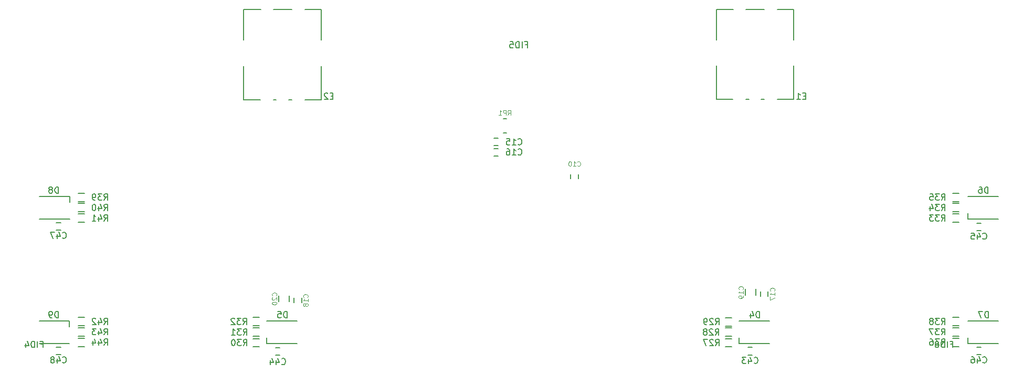
<source format=gbr>
G04 #@! TF.FileFunction,Legend,Bot*
%FSLAX46Y46*%
G04 Gerber Fmt 4.6, Leading zero omitted, Abs format (unit mm)*
G04 Created by KiCad (PCBNEW no-vcs-found-product) date Mon 12 Oct 2015 08:57:33 AM BRT*
%MOMM*%
G01*
G04 APERTURE LIST*
%ADD10C,0.100000*%
%ADD11C,0.150000*%
G04 APERTURE END LIST*
D10*
D11*
X120525700Y-44180000D02*
X120525700Y-44880000D01*
X121725700Y-44880000D02*
X121725700Y-44180000D01*
X118053200Y-44712500D02*
X118053200Y-43712500D01*
X119753200Y-43712500D02*
X119753200Y-44712500D01*
X45278200Y-45196000D02*
X45278200Y-45896000D01*
X46478200Y-45896000D02*
X46478200Y-45196000D01*
X42805700Y-45792000D02*
X42805700Y-44792000D01*
X44505700Y-44792000D02*
X44505700Y-45792000D01*
X91088100Y-25986400D02*
X91088100Y-25286400D01*
X89888100Y-25286400D02*
X89888100Y-25986400D01*
X77501600Y-20648400D02*
X78201600Y-20648400D01*
X78201600Y-19448400D02*
X77501600Y-19448400D01*
X77501600Y-22299400D02*
X78201600Y-22299400D01*
X78201600Y-21099400D02*
X77501600Y-21099400D01*
X119159100Y-53166900D02*
X118459100Y-53166900D01*
X118459100Y-54366900D02*
X119159100Y-54366900D01*
X156052600Y-33164400D02*
X155352600Y-33164400D01*
X155352600Y-34364400D02*
X156052600Y-34364400D01*
X42959100Y-53230400D02*
X42259100Y-53230400D01*
X42259100Y-54430400D02*
X42959100Y-54430400D01*
X156052600Y-53103400D02*
X155352600Y-53103400D01*
X155352600Y-54303400D02*
X156052600Y-54303400D01*
X6915000Y-34237400D02*
X7615000Y-34237400D01*
X7615000Y-33037400D02*
X6915000Y-33037400D01*
X6915000Y-54303400D02*
X7615000Y-54303400D01*
X7615000Y-53103400D02*
X6915000Y-53103400D01*
X117046500Y-52506200D02*
X117046500Y-51606200D01*
X117046500Y-48906200D02*
X121946500Y-48906200D01*
X121946500Y-52506200D02*
X117046500Y-52506200D01*
X153940000Y-32440200D02*
X153940000Y-31540200D01*
X153940000Y-28840200D02*
X158840000Y-28840200D01*
X158840000Y-32440200D02*
X153940000Y-32440200D01*
X40833800Y-52506200D02*
X40833800Y-51606200D01*
X40833800Y-48906200D02*
X45733800Y-48906200D01*
X45733800Y-52506200D02*
X40833800Y-52506200D01*
X153940000Y-52493500D02*
X153940000Y-51593500D01*
X153940000Y-48893500D02*
X158840000Y-48893500D01*
X158840000Y-52493500D02*
X153940000Y-52493500D01*
X9053000Y-28840200D02*
X9053000Y-29740200D01*
X9053000Y-32440200D02*
X4153000Y-32440200D01*
X4153000Y-28840200D02*
X9053000Y-28840200D01*
X9040300Y-48893500D02*
X9040300Y-49793500D01*
X9040300Y-52493500D02*
X4140300Y-52493500D01*
X4140300Y-48893500D02*
X9040300Y-48893500D01*
X118623800Y-13165000D02*
X118123800Y-13165000D01*
X121123800Y-13165000D02*
X120623800Y-13165000D01*
X125873800Y1335000D02*
X123223800Y1335000D01*
X118123800Y1335000D02*
X121123800Y1335000D01*
X113373800Y-3565000D02*
X113373800Y1335000D01*
X113373800Y1335000D02*
X116123800Y1335000D01*
X116023800Y-13165000D02*
X113373800Y-13165000D01*
X113373800Y-13165000D02*
X113373800Y-7765000D01*
X125873800Y-13165000D02*
X123223800Y-13165000D01*
X125873800Y-13165000D02*
X125873800Y-7765000D01*
X125873800Y1335000D02*
X125873800Y-3565000D01*
X42398400Y-13215800D02*
X41898400Y-13215800D01*
X44898400Y-13215800D02*
X44398400Y-13215800D01*
X49648400Y1284200D02*
X46998400Y1284200D01*
X41898400Y1284200D02*
X44898400Y1284200D01*
X37148400Y-3615800D02*
X37148400Y1284200D01*
X37148400Y1284200D02*
X39898400Y1284200D01*
X39798400Y-13215800D02*
X37148400Y-13215800D01*
X37148400Y-13215800D02*
X37148400Y-7815800D01*
X49648400Y-13215800D02*
X46998400Y-13215800D01*
X49648400Y-13215800D02*
X49648400Y-7815800D01*
X49648400Y1284200D02*
X49648400Y-3615800D01*
X114842000Y-53083000D02*
X115842000Y-53083000D01*
X115842000Y-51733000D02*
X114842000Y-51733000D01*
X151532300Y-32991600D02*
X152532300Y-32991600D01*
X152532300Y-31641600D02*
X151532300Y-31641600D01*
X114842000Y-51381200D02*
X115842000Y-51381200D01*
X115842000Y-50031200D02*
X114842000Y-50031200D01*
X151532300Y-31315200D02*
X152532300Y-31315200D01*
X152532300Y-29965200D02*
X151532300Y-29965200D01*
X114842000Y-49704800D02*
X115842000Y-49704800D01*
X115842000Y-48354800D02*
X114842000Y-48354800D01*
X151532300Y-29638800D02*
X152532300Y-29638800D01*
X152532300Y-28288800D02*
X151532300Y-28288800D01*
X38616600Y-53083000D02*
X39616600Y-53083000D01*
X39616600Y-51733000D02*
X38616600Y-51733000D01*
X151532300Y-53032200D02*
X152532300Y-53032200D01*
X152532300Y-51682200D02*
X151532300Y-51682200D01*
X38616600Y-51381200D02*
X39616600Y-51381200D01*
X39616600Y-50031200D02*
X38616600Y-50031200D01*
X151532300Y-51355800D02*
X152532300Y-51355800D01*
X152532300Y-50005800D02*
X151532300Y-50005800D01*
X38616600Y-49679400D02*
X39616600Y-49679400D01*
X39616600Y-48329400D02*
X38616600Y-48329400D01*
X151532300Y-49679400D02*
X152532300Y-49679400D01*
X152532300Y-48329400D02*
X151532300Y-48329400D01*
X11460700Y-28288800D02*
X10460700Y-28288800D01*
X10460700Y-29638800D02*
X11460700Y-29638800D01*
X11460700Y-29965200D02*
X10460700Y-29965200D01*
X10460700Y-31315200D02*
X11460700Y-31315200D01*
X11460700Y-31641600D02*
X10460700Y-31641600D01*
X10460700Y-32991600D02*
X11460700Y-32991600D01*
X11460700Y-48329400D02*
X10460700Y-48329400D01*
X10460700Y-49679400D02*
X11460700Y-49679400D01*
X11460700Y-50005800D02*
X10460700Y-50005800D01*
X10460700Y-51355800D02*
X11460700Y-51355800D01*
X11460700Y-51682200D02*
X10460700Y-51682200D01*
X10460700Y-53032200D02*
X11460700Y-53032200D01*
X78986600Y-16309900D02*
X79486600Y-16309900D01*
X78986600Y-18579900D02*
X79486600Y-18579900D01*
D10*
X122727057Y-44047857D02*
X122762771Y-44012143D01*
X122798486Y-43905000D01*
X122798486Y-43833571D01*
X122762771Y-43726428D01*
X122691343Y-43655000D01*
X122619914Y-43619285D01*
X122477057Y-43583571D01*
X122369914Y-43583571D01*
X122227057Y-43619285D01*
X122155629Y-43655000D01*
X122084200Y-43726428D01*
X122048486Y-43833571D01*
X122048486Y-43905000D01*
X122084200Y-44012143D01*
X122119914Y-44047857D01*
X122798486Y-44762143D02*
X122798486Y-44333571D01*
X122798486Y-44547857D02*
X122048486Y-44547857D01*
X122155629Y-44476428D01*
X122227057Y-44405000D01*
X122262771Y-44333571D01*
X122048486Y-45012143D02*
X122048486Y-45512143D01*
X122798486Y-45190714D01*
X117647057Y-43793857D02*
X117682771Y-43758143D01*
X117718486Y-43651000D01*
X117718486Y-43579571D01*
X117682771Y-43472428D01*
X117611343Y-43401000D01*
X117539914Y-43365285D01*
X117397057Y-43329571D01*
X117289914Y-43329571D01*
X117147057Y-43365285D01*
X117075629Y-43401000D01*
X117004200Y-43472428D01*
X116968486Y-43579571D01*
X116968486Y-43651000D01*
X117004200Y-43758143D01*
X117039914Y-43793857D01*
X117718486Y-44508143D02*
X117718486Y-44079571D01*
X117718486Y-44293857D02*
X116968486Y-44293857D01*
X117075629Y-44222428D01*
X117147057Y-44151000D01*
X117182771Y-44079571D01*
X117718486Y-44865286D02*
X117718486Y-45008143D01*
X117682771Y-45079571D01*
X117647057Y-45115286D01*
X117539914Y-45186714D01*
X117397057Y-45222429D01*
X117111343Y-45222429D01*
X117039914Y-45186714D01*
X117004200Y-45151000D01*
X116968486Y-45079571D01*
X116968486Y-44936714D01*
X117004200Y-44865286D01*
X117039914Y-44829571D01*
X117111343Y-44793857D01*
X117289914Y-44793857D01*
X117361343Y-44829571D01*
X117397057Y-44865286D01*
X117432771Y-44936714D01*
X117432771Y-45079571D01*
X117397057Y-45151000D01*
X117361343Y-45186714D01*
X117289914Y-45222429D01*
X47416057Y-45063857D02*
X47451771Y-45028143D01*
X47487486Y-44921000D01*
X47487486Y-44849571D01*
X47451771Y-44742428D01*
X47380343Y-44671000D01*
X47308914Y-44635285D01*
X47166057Y-44599571D01*
X47058914Y-44599571D01*
X46916057Y-44635285D01*
X46844629Y-44671000D01*
X46773200Y-44742428D01*
X46737486Y-44849571D01*
X46737486Y-44921000D01*
X46773200Y-45028143D01*
X46808914Y-45063857D01*
X47487486Y-45778143D02*
X47487486Y-45349571D01*
X47487486Y-45563857D02*
X46737486Y-45563857D01*
X46844629Y-45492428D01*
X46916057Y-45421000D01*
X46951771Y-45349571D01*
X47058914Y-46206714D02*
X47023200Y-46135286D01*
X46987486Y-46099571D01*
X46916057Y-46063857D01*
X46880343Y-46063857D01*
X46808914Y-46099571D01*
X46773200Y-46135286D01*
X46737486Y-46206714D01*
X46737486Y-46349571D01*
X46773200Y-46421000D01*
X46808914Y-46456714D01*
X46880343Y-46492429D01*
X46916057Y-46492429D01*
X46987486Y-46456714D01*
X47023200Y-46421000D01*
X47058914Y-46349571D01*
X47058914Y-46206714D01*
X47094629Y-46135286D01*
X47130343Y-46099571D01*
X47201771Y-46063857D01*
X47344629Y-46063857D01*
X47416057Y-46099571D01*
X47451771Y-46135286D01*
X47487486Y-46206714D01*
X47487486Y-46349571D01*
X47451771Y-46421000D01*
X47416057Y-46456714D01*
X47344629Y-46492429D01*
X47201771Y-46492429D01*
X47130343Y-46456714D01*
X47094629Y-46421000D01*
X47058914Y-46349571D01*
X42399557Y-44809857D02*
X42435271Y-44774143D01*
X42470986Y-44667000D01*
X42470986Y-44595571D01*
X42435271Y-44488428D01*
X42363843Y-44417000D01*
X42292414Y-44381285D01*
X42149557Y-44345571D01*
X42042414Y-44345571D01*
X41899557Y-44381285D01*
X41828129Y-44417000D01*
X41756700Y-44488428D01*
X41720986Y-44595571D01*
X41720986Y-44667000D01*
X41756700Y-44774143D01*
X41792414Y-44809857D01*
X41792414Y-45095571D02*
X41756700Y-45131285D01*
X41720986Y-45202714D01*
X41720986Y-45381285D01*
X41756700Y-45452714D01*
X41792414Y-45488428D01*
X41863843Y-45524143D01*
X41935271Y-45524143D01*
X42042414Y-45488428D01*
X42470986Y-45059857D01*
X42470986Y-45524143D01*
X41720986Y-45988429D02*
X41720986Y-46059857D01*
X41756700Y-46131286D01*
X41792414Y-46167000D01*
X41863843Y-46202714D01*
X42006700Y-46238429D01*
X42185271Y-46238429D01*
X42328129Y-46202714D01*
X42399557Y-46167000D01*
X42435271Y-46131286D01*
X42470986Y-46059857D01*
X42470986Y-45988429D01*
X42435271Y-45917000D01*
X42399557Y-45881286D01*
X42328129Y-45845571D01*
X42185271Y-45809857D01*
X42006700Y-45809857D01*
X41863843Y-45845571D01*
X41792414Y-45881286D01*
X41756700Y-45917000D01*
X41720986Y-45988429D01*
X90970243Y-23872257D02*
X91005957Y-23907971D01*
X91113100Y-23943686D01*
X91184529Y-23943686D01*
X91291672Y-23907971D01*
X91363100Y-23836543D01*
X91398815Y-23765114D01*
X91434529Y-23622257D01*
X91434529Y-23515114D01*
X91398815Y-23372257D01*
X91363100Y-23300829D01*
X91291672Y-23229400D01*
X91184529Y-23193686D01*
X91113100Y-23193686D01*
X91005957Y-23229400D01*
X90970243Y-23265114D01*
X90255957Y-23943686D02*
X90684529Y-23943686D01*
X90470243Y-23943686D02*
X90470243Y-23193686D01*
X90541672Y-23300829D01*
X90613100Y-23372257D01*
X90684529Y-23407971D01*
X89791671Y-23193686D02*
X89720243Y-23193686D01*
X89648814Y-23229400D01*
X89613100Y-23265114D01*
X89577386Y-23336543D01*
X89541671Y-23479400D01*
X89541671Y-23657971D01*
X89577386Y-23800829D01*
X89613100Y-23872257D01*
X89648814Y-23907971D01*
X89720243Y-23943686D01*
X89791671Y-23943686D01*
X89863100Y-23907971D01*
X89898814Y-23872257D01*
X89934529Y-23800829D01*
X89970243Y-23657971D01*
X89970243Y-23479400D01*
X89934529Y-23336543D01*
X89898814Y-23265114D01*
X89863100Y-23229400D01*
X89791671Y-23193686D01*
D11*
X81390057Y-20405543D02*
X81437676Y-20453162D01*
X81580533Y-20500781D01*
X81675771Y-20500781D01*
X81818629Y-20453162D01*
X81913867Y-20357924D01*
X81961486Y-20262686D01*
X82009105Y-20072210D01*
X82009105Y-19929352D01*
X81961486Y-19738876D01*
X81913867Y-19643638D01*
X81818629Y-19548400D01*
X81675771Y-19500781D01*
X81580533Y-19500781D01*
X81437676Y-19548400D01*
X81390057Y-19596019D01*
X80437676Y-20500781D02*
X81009105Y-20500781D01*
X80723391Y-20500781D02*
X80723391Y-19500781D01*
X80818629Y-19643638D01*
X80913867Y-19738876D01*
X81009105Y-19786495D01*
X79532914Y-19500781D02*
X80009105Y-19500781D01*
X80056724Y-19976971D01*
X80009105Y-19929352D01*
X79913867Y-19881733D01*
X79675771Y-19881733D01*
X79580533Y-19929352D01*
X79532914Y-19976971D01*
X79485295Y-20072210D01*
X79485295Y-20310305D01*
X79532914Y-20405543D01*
X79580533Y-20453162D01*
X79675771Y-20500781D01*
X79913867Y-20500781D01*
X80009105Y-20453162D01*
X80056724Y-20405543D01*
X81390057Y-22056543D02*
X81437676Y-22104162D01*
X81580533Y-22151781D01*
X81675771Y-22151781D01*
X81818629Y-22104162D01*
X81913867Y-22008924D01*
X81961486Y-21913686D01*
X82009105Y-21723210D01*
X82009105Y-21580352D01*
X81961486Y-21389876D01*
X81913867Y-21294638D01*
X81818629Y-21199400D01*
X81675771Y-21151781D01*
X81580533Y-21151781D01*
X81437676Y-21199400D01*
X81390057Y-21247019D01*
X80437676Y-22151781D02*
X81009105Y-22151781D01*
X80723391Y-22151781D02*
X80723391Y-21151781D01*
X80818629Y-21294638D01*
X80913867Y-21389876D01*
X81009105Y-21437495D01*
X79580533Y-21151781D02*
X79771010Y-21151781D01*
X79866248Y-21199400D01*
X79913867Y-21247019D01*
X80009105Y-21389876D01*
X80056724Y-21580352D01*
X80056724Y-21961305D01*
X80009105Y-22056543D01*
X79961486Y-22104162D01*
X79866248Y-22151781D01*
X79675771Y-22151781D01*
X79580533Y-22104162D01*
X79532914Y-22056543D01*
X79485295Y-21961305D01*
X79485295Y-21723210D01*
X79532914Y-21627971D01*
X79580533Y-21580352D01*
X79675771Y-21532733D01*
X79866248Y-21532733D01*
X79961486Y-21580352D01*
X80009105Y-21627971D01*
X80056724Y-21723210D01*
X119451957Y-55648043D02*
X119499576Y-55695662D01*
X119642433Y-55743281D01*
X119737671Y-55743281D01*
X119880529Y-55695662D01*
X119975767Y-55600424D01*
X120023386Y-55505186D01*
X120071005Y-55314710D01*
X120071005Y-55171852D01*
X120023386Y-54981376D01*
X119975767Y-54886138D01*
X119880529Y-54790900D01*
X119737671Y-54743281D01*
X119642433Y-54743281D01*
X119499576Y-54790900D01*
X119451957Y-54838519D01*
X118594814Y-55076614D02*
X118594814Y-55743281D01*
X118832910Y-54695662D02*
X119071005Y-55409948D01*
X118451957Y-55409948D01*
X118166243Y-54743281D02*
X117547195Y-54743281D01*
X117880529Y-55124233D01*
X117737671Y-55124233D01*
X117642433Y-55171852D01*
X117594814Y-55219471D01*
X117547195Y-55314710D01*
X117547195Y-55552805D01*
X117594814Y-55648043D01*
X117642433Y-55695662D01*
X117737671Y-55743281D01*
X118023386Y-55743281D01*
X118118624Y-55695662D01*
X118166243Y-55648043D01*
X156345457Y-35621543D02*
X156393076Y-35669162D01*
X156535933Y-35716781D01*
X156631171Y-35716781D01*
X156774029Y-35669162D01*
X156869267Y-35573924D01*
X156916886Y-35478686D01*
X156964505Y-35288210D01*
X156964505Y-35145352D01*
X156916886Y-34954876D01*
X156869267Y-34859638D01*
X156774029Y-34764400D01*
X156631171Y-34716781D01*
X156535933Y-34716781D01*
X156393076Y-34764400D01*
X156345457Y-34812019D01*
X155488314Y-35050114D02*
X155488314Y-35716781D01*
X155726410Y-34669162D02*
X155964505Y-35383448D01*
X155345457Y-35383448D01*
X154488314Y-34716781D02*
X154964505Y-34716781D01*
X155012124Y-35192971D01*
X154964505Y-35145352D01*
X154869267Y-35097733D01*
X154631171Y-35097733D01*
X154535933Y-35145352D01*
X154488314Y-35192971D01*
X154440695Y-35288210D01*
X154440695Y-35526305D01*
X154488314Y-35621543D01*
X154535933Y-35669162D01*
X154631171Y-35716781D01*
X154869267Y-35716781D01*
X154964505Y-35669162D01*
X155012124Y-35621543D01*
X43251957Y-55838543D02*
X43299576Y-55886162D01*
X43442433Y-55933781D01*
X43537671Y-55933781D01*
X43680529Y-55886162D01*
X43775767Y-55790924D01*
X43823386Y-55695686D01*
X43871005Y-55505210D01*
X43871005Y-55362352D01*
X43823386Y-55171876D01*
X43775767Y-55076638D01*
X43680529Y-54981400D01*
X43537671Y-54933781D01*
X43442433Y-54933781D01*
X43299576Y-54981400D01*
X43251957Y-55029019D01*
X42394814Y-55267114D02*
X42394814Y-55933781D01*
X42632910Y-54886162D02*
X42871005Y-55600448D01*
X42251957Y-55600448D01*
X41442433Y-55267114D02*
X41442433Y-55933781D01*
X41680529Y-54886162D02*
X41918624Y-55600448D01*
X41299576Y-55600448D01*
X156345457Y-55560543D02*
X156393076Y-55608162D01*
X156535933Y-55655781D01*
X156631171Y-55655781D01*
X156774029Y-55608162D01*
X156869267Y-55512924D01*
X156916886Y-55417686D01*
X156964505Y-55227210D01*
X156964505Y-55084352D01*
X156916886Y-54893876D01*
X156869267Y-54798638D01*
X156774029Y-54703400D01*
X156631171Y-54655781D01*
X156535933Y-54655781D01*
X156393076Y-54703400D01*
X156345457Y-54751019D01*
X155488314Y-54989114D02*
X155488314Y-55655781D01*
X155726410Y-54608162D02*
X155964505Y-55322448D01*
X155345457Y-55322448D01*
X154535933Y-54655781D02*
X154726410Y-54655781D01*
X154821648Y-54703400D01*
X154869267Y-54751019D01*
X154964505Y-54893876D01*
X155012124Y-55084352D01*
X155012124Y-55465305D01*
X154964505Y-55560543D01*
X154916886Y-55608162D01*
X154821648Y-55655781D01*
X154631171Y-55655781D01*
X154535933Y-55608162D01*
X154488314Y-55560543D01*
X154440695Y-55465305D01*
X154440695Y-55227210D01*
X154488314Y-55131971D01*
X154535933Y-55084352D01*
X154631171Y-55036733D01*
X154821648Y-55036733D01*
X154916886Y-55084352D01*
X154964505Y-55131971D01*
X155012124Y-55227210D01*
X7907857Y-35494543D02*
X7955476Y-35542162D01*
X8098333Y-35589781D01*
X8193571Y-35589781D01*
X8336429Y-35542162D01*
X8431667Y-35446924D01*
X8479286Y-35351686D01*
X8526905Y-35161210D01*
X8526905Y-35018352D01*
X8479286Y-34827876D01*
X8431667Y-34732638D01*
X8336429Y-34637400D01*
X8193571Y-34589781D01*
X8098333Y-34589781D01*
X7955476Y-34637400D01*
X7907857Y-34685019D01*
X7050714Y-34923114D02*
X7050714Y-35589781D01*
X7288810Y-34542162D02*
X7526905Y-35256448D01*
X6907857Y-35256448D01*
X6622143Y-34589781D02*
X5955476Y-34589781D01*
X6384048Y-35589781D01*
X7907857Y-55560543D02*
X7955476Y-55608162D01*
X8098333Y-55655781D01*
X8193571Y-55655781D01*
X8336429Y-55608162D01*
X8431667Y-55512924D01*
X8479286Y-55417686D01*
X8526905Y-55227210D01*
X8526905Y-55084352D01*
X8479286Y-54893876D01*
X8431667Y-54798638D01*
X8336429Y-54703400D01*
X8193571Y-54655781D01*
X8098333Y-54655781D01*
X7955476Y-54703400D01*
X7907857Y-54751019D01*
X7050714Y-54989114D02*
X7050714Y-55655781D01*
X7288810Y-54608162D02*
X7526905Y-55322448D01*
X6907857Y-55322448D01*
X6384048Y-55084352D02*
X6479286Y-55036733D01*
X6526905Y-54989114D01*
X6574524Y-54893876D01*
X6574524Y-54846257D01*
X6526905Y-54751019D01*
X6479286Y-54703400D01*
X6384048Y-54655781D01*
X6193571Y-54655781D01*
X6098333Y-54703400D01*
X6050714Y-54751019D01*
X6003095Y-54846257D01*
X6003095Y-54893876D01*
X6050714Y-54989114D01*
X6098333Y-55036733D01*
X6193571Y-55084352D01*
X6384048Y-55084352D01*
X6479286Y-55131971D01*
X6526905Y-55179590D01*
X6574524Y-55274829D01*
X6574524Y-55465305D01*
X6526905Y-55560543D01*
X6479286Y-55608162D01*
X6384048Y-55655781D01*
X6193571Y-55655781D01*
X6098333Y-55608162D01*
X6050714Y-55560543D01*
X6003095Y-55465305D01*
X6003095Y-55274829D01*
X6050714Y-55179590D01*
X6098333Y-55131971D01*
X6193571Y-55084352D01*
X120334595Y-48358581D02*
X120334595Y-47358581D01*
X120096500Y-47358581D01*
X119953642Y-47406200D01*
X119858404Y-47501438D01*
X119810785Y-47596676D01*
X119763166Y-47787152D01*
X119763166Y-47930010D01*
X119810785Y-48120486D01*
X119858404Y-48215724D01*
X119953642Y-48310962D01*
X120096500Y-48358581D01*
X120334595Y-48358581D01*
X118906023Y-47691914D02*
X118906023Y-48358581D01*
X119144119Y-47310962D02*
X119382214Y-48025248D01*
X118763166Y-48025248D01*
X157202695Y-28292581D02*
X157202695Y-27292581D01*
X156964600Y-27292581D01*
X156821742Y-27340200D01*
X156726504Y-27435438D01*
X156678885Y-27530676D01*
X156631266Y-27721152D01*
X156631266Y-27864010D01*
X156678885Y-28054486D01*
X156726504Y-28149724D01*
X156821742Y-28244962D01*
X156964600Y-28292581D01*
X157202695Y-28292581D01*
X155774123Y-27292581D02*
X155964600Y-27292581D01*
X156059838Y-27340200D01*
X156107457Y-27387819D01*
X156202695Y-27530676D01*
X156250314Y-27721152D01*
X156250314Y-28102105D01*
X156202695Y-28197343D01*
X156155076Y-28244962D01*
X156059838Y-28292581D01*
X155869361Y-28292581D01*
X155774123Y-28244962D01*
X155726504Y-28197343D01*
X155678885Y-28102105D01*
X155678885Y-27864010D01*
X155726504Y-27768771D01*
X155774123Y-27721152D01*
X155869361Y-27673533D01*
X156059838Y-27673533D01*
X156155076Y-27721152D01*
X156202695Y-27768771D01*
X156250314Y-27864010D01*
X44121895Y-48358581D02*
X44121895Y-47358581D01*
X43883800Y-47358581D01*
X43740942Y-47406200D01*
X43645704Y-47501438D01*
X43598085Y-47596676D01*
X43550466Y-47787152D01*
X43550466Y-47930010D01*
X43598085Y-48120486D01*
X43645704Y-48215724D01*
X43740942Y-48310962D01*
X43883800Y-48358581D01*
X44121895Y-48358581D01*
X42645704Y-47358581D02*
X43121895Y-47358581D01*
X43169514Y-47834771D01*
X43121895Y-47787152D01*
X43026657Y-47739533D01*
X42788561Y-47739533D01*
X42693323Y-47787152D01*
X42645704Y-47834771D01*
X42598085Y-47930010D01*
X42598085Y-48168105D01*
X42645704Y-48263343D01*
X42693323Y-48310962D01*
X42788561Y-48358581D01*
X43026657Y-48358581D01*
X43121895Y-48310962D01*
X43169514Y-48263343D01*
X157228095Y-48345881D02*
X157228095Y-47345881D01*
X156990000Y-47345881D01*
X156847142Y-47393500D01*
X156751904Y-47488738D01*
X156704285Y-47583976D01*
X156656666Y-47774452D01*
X156656666Y-47917310D01*
X156704285Y-48107786D01*
X156751904Y-48203024D01*
X156847142Y-48298262D01*
X156990000Y-48345881D01*
X157228095Y-48345881D01*
X156323333Y-47345881D02*
X155656666Y-47345881D01*
X156085238Y-48345881D01*
X7241095Y-28292581D02*
X7241095Y-27292581D01*
X7003000Y-27292581D01*
X6860142Y-27340200D01*
X6764904Y-27435438D01*
X6717285Y-27530676D01*
X6669666Y-27721152D01*
X6669666Y-27864010D01*
X6717285Y-28054486D01*
X6764904Y-28149724D01*
X6860142Y-28244962D01*
X7003000Y-28292581D01*
X7241095Y-28292581D01*
X6098238Y-27721152D02*
X6193476Y-27673533D01*
X6241095Y-27625914D01*
X6288714Y-27530676D01*
X6288714Y-27483057D01*
X6241095Y-27387819D01*
X6193476Y-27340200D01*
X6098238Y-27292581D01*
X5907761Y-27292581D01*
X5812523Y-27340200D01*
X5764904Y-27387819D01*
X5717285Y-27483057D01*
X5717285Y-27530676D01*
X5764904Y-27625914D01*
X5812523Y-27673533D01*
X5907761Y-27721152D01*
X6098238Y-27721152D01*
X6193476Y-27768771D01*
X6241095Y-27816390D01*
X6288714Y-27911629D01*
X6288714Y-28102105D01*
X6241095Y-28197343D01*
X6193476Y-28244962D01*
X6098238Y-28292581D01*
X5907761Y-28292581D01*
X5812523Y-28244962D01*
X5764904Y-28197343D01*
X5717285Y-28102105D01*
X5717285Y-27911629D01*
X5764904Y-27816390D01*
X5812523Y-27768771D01*
X5907761Y-27721152D01*
X7228395Y-48345881D02*
X7228395Y-47345881D01*
X6990300Y-47345881D01*
X6847442Y-47393500D01*
X6752204Y-47488738D01*
X6704585Y-47583976D01*
X6656966Y-47774452D01*
X6656966Y-47917310D01*
X6704585Y-48107786D01*
X6752204Y-48203024D01*
X6847442Y-48298262D01*
X6990300Y-48345881D01*
X7228395Y-48345881D01*
X6180776Y-48345881D02*
X5990300Y-48345881D01*
X5895061Y-48298262D01*
X5847442Y-48250643D01*
X5752204Y-48107786D01*
X5704585Y-47917310D01*
X5704585Y-47536357D01*
X5752204Y-47441119D01*
X5799823Y-47393500D01*
X5895061Y-47345881D01*
X6085538Y-47345881D01*
X6180776Y-47393500D01*
X6228395Y-47441119D01*
X6276014Y-47536357D01*
X6276014Y-47774452D01*
X6228395Y-47869690D01*
X6180776Y-47917310D01*
X6085538Y-47964929D01*
X5895061Y-47964929D01*
X5799823Y-47917310D01*
X5752204Y-47869690D01*
X5704585Y-47774452D01*
X127767276Y-12636371D02*
X127433942Y-12636371D01*
X127291085Y-13160181D02*
X127767276Y-13160181D01*
X127767276Y-12160181D01*
X127291085Y-12160181D01*
X126338704Y-13160181D02*
X126910133Y-13160181D01*
X126624419Y-13160181D02*
X126624419Y-12160181D01*
X126719657Y-12303038D01*
X126814895Y-12398276D01*
X126910133Y-12445895D01*
X51541876Y-12636371D02*
X51208542Y-12636371D01*
X51065685Y-13160181D02*
X51541876Y-13160181D01*
X51541876Y-12160181D01*
X51065685Y-12160181D01*
X50684733Y-12255419D02*
X50637114Y-12207800D01*
X50541876Y-12160181D01*
X50303780Y-12160181D01*
X50208542Y-12207800D01*
X50160923Y-12255419D01*
X50113304Y-12350657D01*
X50113304Y-12445895D01*
X50160923Y-12588752D01*
X50732352Y-13160181D01*
X50113304Y-13160181D01*
X113241657Y-52860381D02*
X113574991Y-52384190D01*
X113813086Y-52860381D02*
X113813086Y-51860381D01*
X113432133Y-51860381D01*
X113336895Y-51908000D01*
X113289276Y-51955619D01*
X113241657Y-52050857D01*
X113241657Y-52193714D01*
X113289276Y-52288952D01*
X113336895Y-52336571D01*
X113432133Y-52384190D01*
X113813086Y-52384190D01*
X112860705Y-51955619D02*
X112813086Y-51908000D01*
X112717848Y-51860381D01*
X112479752Y-51860381D01*
X112384514Y-51908000D01*
X112336895Y-51955619D01*
X112289276Y-52050857D01*
X112289276Y-52146095D01*
X112336895Y-52288952D01*
X112908324Y-52860381D01*
X112289276Y-52860381D01*
X111955943Y-51860381D02*
X111289276Y-51860381D01*
X111717848Y-52860381D01*
X149675157Y-32768981D02*
X150008491Y-32292790D01*
X150246586Y-32768981D02*
X150246586Y-31768981D01*
X149865633Y-31768981D01*
X149770395Y-31816600D01*
X149722776Y-31864219D01*
X149675157Y-31959457D01*
X149675157Y-32102314D01*
X149722776Y-32197552D01*
X149770395Y-32245171D01*
X149865633Y-32292790D01*
X150246586Y-32292790D01*
X149341824Y-31768981D02*
X148722776Y-31768981D01*
X149056110Y-32149933D01*
X148913252Y-32149933D01*
X148818014Y-32197552D01*
X148770395Y-32245171D01*
X148722776Y-32340410D01*
X148722776Y-32578505D01*
X148770395Y-32673743D01*
X148818014Y-32721362D01*
X148913252Y-32768981D01*
X149198967Y-32768981D01*
X149294205Y-32721362D01*
X149341824Y-32673743D01*
X148389443Y-31768981D02*
X147770395Y-31768981D01*
X148103729Y-32149933D01*
X147960871Y-32149933D01*
X147865633Y-32197552D01*
X147818014Y-32245171D01*
X147770395Y-32340410D01*
X147770395Y-32578505D01*
X147818014Y-32673743D01*
X147865633Y-32721362D01*
X147960871Y-32768981D01*
X148246586Y-32768981D01*
X148341824Y-32721362D01*
X148389443Y-32673743D01*
X113190857Y-51158581D02*
X113524191Y-50682390D01*
X113762286Y-51158581D02*
X113762286Y-50158581D01*
X113381333Y-50158581D01*
X113286095Y-50206200D01*
X113238476Y-50253819D01*
X113190857Y-50349057D01*
X113190857Y-50491914D01*
X113238476Y-50587152D01*
X113286095Y-50634771D01*
X113381333Y-50682390D01*
X113762286Y-50682390D01*
X112809905Y-50253819D02*
X112762286Y-50206200D01*
X112667048Y-50158581D01*
X112428952Y-50158581D01*
X112333714Y-50206200D01*
X112286095Y-50253819D01*
X112238476Y-50349057D01*
X112238476Y-50444295D01*
X112286095Y-50587152D01*
X112857524Y-51158581D01*
X112238476Y-51158581D01*
X111667048Y-50587152D02*
X111762286Y-50539533D01*
X111809905Y-50491914D01*
X111857524Y-50396676D01*
X111857524Y-50349057D01*
X111809905Y-50253819D01*
X111762286Y-50206200D01*
X111667048Y-50158581D01*
X111476571Y-50158581D01*
X111381333Y-50206200D01*
X111333714Y-50253819D01*
X111286095Y-50349057D01*
X111286095Y-50396676D01*
X111333714Y-50491914D01*
X111381333Y-50539533D01*
X111476571Y-50587152D01*
X111667048Y-50587152D01*
X111762286Y-50634771D01*
X111809905Y-50682390D01*
X111857524Y-50777629D01*
X111857524Y-50968105D01*
X111809905Y-51063343D01*
X111762286Y-51110962D01*
X111667048Y-51158581D01*
X111476571Y-51158581D01*
X111381333Y-51110962D01*
X111333714Y-51063343D01*
X111286095Y-50968105D01*
X111286095Y-50777629D01*
X111333714Y-50682390D01*
X111381333Y-50634771D01*
X111476571Y-50587152D01*
X149675157Y-31092581D02*
X150008491Y-30616390D01*
X150246586Y-31092581D02*
X150246586Y-30092581D01*
X149865633Y-30092581D01*
X149770395Y-30140200D01*
X149722776Y-30187819D01*
X149675157Y-30283057D01*
X149675157Y-30425914D01*
X149722776Y-30521152D01*
X149770395Y-30568771D01*
X149865633Y-30616390D01*
X150246586Y-30616390D01*
X149341824Y-30092581D02*
X148722776Y-30092581D01*
X149056110Y-30473533D01*
X148913252Y-30473533D01*
X148818014Y-30521152D01*
X148770395Y-30568771D01*
X148722776Y-30664010D01*
X148722776Y-30902105D01*
X148770395Y-30997343D01*
X148818014Y-31044962D01*
X148913252Y-31092581D01*
X149198967Y-31092581D01*
X149294205Y-31044962D01*
X149341824Y-30997343D01*
X147865633Y-30425914D02*
X147865633Y-31092581D01*
X148103729Y-30044962D02*
X148341824Y-30759248D01*
X147722776Y-30759248D01*
X113241657Y-49482181D02*
X113574991Y-49005990D01*
X113813086Y-49482181D02*
X113813086Y-48482181D01*
X113432133Y-48482181D01*
X113336895Y-48529800D01*
X113289276Y-48577419D01*
X113241657Y-48672657D01*
X113241657Y-48815514D01*
X113289276Y-48910752D01*
X113336895Y-48958371D01*
X113432133Y-49005990D01*
X113813086Y-49005990D01*
X112860705Y-48577419D02*
X112813086Y-48529800D01*
X112717848Y-48482181D01*
X112479752Y-48482181D01*
X112384514Y-48529800D01*
X112336895Y-48577419D01*
X112289276Y-48672657D01*
X112289276Y-48767895D01*
X112336895Y-48910752D01*
X112908324Y-49482181D01*
X112289276Y-49482181D01*
X111813086Y-49482181D02*
X111622610Y-49482181D01*
X111527371Y-49434562D01*
X111479752Y-49386943D01*
X111384514Y-49244086D01*
X111336895Y-49053610D01*
X111336895Y-48672657D01*
X111384514Y-48577419D01*
X111432133Y-48529800D01*
X111527371Y-48482181D01*
X111717848Y-48482181D01*
X111813086Y-48529800D01*
X111860705Y-48577419D01*
X111908324Y-48672657D01*
X111908324Y-48910752D01*
X111860705Y-49005990D01*
X111813086Y-49053610D01*
X111717848Y-49101229D01*
X111527371Y-49101229D01*
X111432133Y-49053610D01*
X111384514Y-49005990D01*
X111336895Y-48910752D01*
X149675157Y-29416181D02*
X150008491Y-28939990D01*
X150246586Y-29416181D02*
X150246586Y-28416181D01*
X149865633Y-28416181D01*
X149770395Y-28463800D01*
X149722776Y-28511419D01*
X149675157Y-28606657D01*
X149675157Y-28749514D01*
X149722776Y-28844752D01*
X149770395Y-28892371D01*
X149865633Y-28939990D01*
X150246586Y-28939990D01*
X149341824Y-28416181D02*
X148722776Y-28416181D01*
X149056110Y-28797133D01*
X148913252Y-28797133D01*
X148818014Y-28844752D01*
X148770395Y-28892371D01*
X148722776Y-28987610D01*
X148722776Y-29225705D01*
X148770395Y-29320943D01*
X148818014Y-29368562D01*
X148913252Y-29416181D01*
X149198967Y-29416181D01*
X149294205Y-29368562D01*
X149341824Y-29320943D01*
X147818014Y-28416181D02*
X148294205Y-28416181D01*
X148341824Y-28892371D01*
X148294205Y-28844752D01*
X148198967Y-28797133D01*
X147960871Y-28797133D01*
X147865633Y-28844752D01*
X147818014Y-28892371D01*
X147770395Y-28987610D01*
X147770395Y-29225705D01*
X147818014Y-29320943D01*
X147865633Y-29368562D01*
X147960871Y-29416181D01*
X148198967Y-29416181D01*
X148294205Y-29368562D01*
X148341824Y-29320943D01*
X37067057Y-52860381D02*
X37400391Y-52384190D01*
X37638486Y-52860381D02*
X37638486Y-51860381D01*
X37257533Y-51860381D01*
X37162295Y-51908000D01*
X37114676Y-51955619D01*
X37067057Y-52050857D01*
X37067057Y-52193714D01*
X37114676Y-52288952D01*
X37162295Y-52336571D01*
X37257533Y-52384190D01*
X37638486Y-52384190D01*
X36733724Y-51860381D02*
X36114676Y-51860381D01*
X36448010Y-52241333D01*
X36305152Y-52241333D01*
X36209914Y-52288952D01*
X36162295Y-52336571D01*
X36114676Y-52431810D01*
X36114676Y-52669905D01*
X36162295Y-52765143D01*
X36209914Y-52812762D01*
X36305152Y-52860381D01*
X36590867Y-52860381D01*
X36686105Y-52812762D01*
X36733724Y-52765143D01*
X35495629Y-51860381D02*
X35400390Y-51860381D01*
X35305152Y-51908000D01*
X35257533Y-51955619D01*
X35209914Y-52050857D01*
X35162295Y-52241333D01*
X35162295Y-52479429D01*
X35209914Y-52669905D01*
X35257533Y-52765143D01*
X35305152Y-52812762D01*
X35400390Y-52860381D01*
X35495629Y-52860381D01*
X35590867Y-52812762D01*
X35638486Y-52765143D01*
X35686105Y-52669905D01*
X35733724Y-52479429D01*
X35733724Y-52241333D01*
X35686105Y-52050857D01*
X35638486Y-51955619D01*
X35590867Y-51908000D01*
X35495629Y-51860381D01*
X149675157Y-52809581D02*
X150008491Y-52333390D01*
X150246586Y-52809581D02*
X150246586Y-51809581D01*
X149865633Y-51809581D01*
X149770395Y-51857200D01*
X149722776Y-51904819D01*
X149675157Y-52000057D01*
X149675157Y-52142914D01*
X149722776Y-52238152D01*
X149770395Y-52285771D01*
X149865633Y-52333390D01*
X150246586Y-52333390D01*
X149341824Y-51809581D02*
X148722776Y-51809581D01*
X149056110Y-52190533D01*
X148913252Y-52190533D01*
X148818014Y-52238152D01*
X148770395Y-52285771D01*
X148722776Y-52381010D01*
X148722776Y-52619105D01*
X148770395Y-52714343D01*
X148818014Y-52761962D01*
X148913252Y-52809581D01*
X149198967Y-52809581D01*
X149294205Y-52761962D01*
X149341824Y-52714343D01*
X147865633Y-51809581D02*
X148056110Y-51809581D01*
X148151348Y-51857200D01*
X148198967Y-51904819D01*
X148294205Y-52047676D01*
X148341824Y-52238152D01*
X148341824Y-52619105D01*
X148294205Y-52714343D01*
X148246586Y-52761962D01*
X148151348Y-52809581D01*
X147960871Y-52809581D01*
X147865633Y-52761962D01*
X147818014Y-52714343D01*
X147770395Y-52619105D01*
X147770395Y-52381010D01*
X147818014Y-52285771D01*
X147865633Y-52238152D01*
X147960871Y-52190533D01*
X148151348Y-52190533D01*
X148246586Y-52238152D01*
X148294205Y-52285771D01*
X148341824Y-52381010D01*
X37067057Y-51158581D02*
X37400391Y-50682390D01*
X37638486Y-51158581D02*
X37638486Y-50158581D01*
X37257533Y-50158581D01*
X37162295Y-50206200D01*
X37114676Y-50253819D01*
X37067057Y-50349057D01*
X37067057Y-50491914D01*
X37114676Y-50587152D01*
X37162295Y-50634771D01*
X37257533Y-50682390D01*
X37638486Y-50682390D01*
X36733724Y-50158581D02*
X36114676Y-50158581D01*
X36448010Y-50539533D01*
X36305152Y-50539533D01*
X36209914Y-50587152D01*
X36162295Y-50634771D01*
X36114676Y-50730010D01*
X36114676Y-50968105D01*
X36162295Y-51063343D01*
X36209914Y-51110962D01*
X36305152Y-51158581D01*
X36590867Y-51158581D01*
X36686105Y-51110962D01*
X36733724Y-51063343D01*
X35162295Y-51158581D02*
X35733724Y-51158581D01*
X35448010Y-51158581D02*
X35448010Y-50158581D01*
X35543248Y-50301438D01*
X35638486Y-50396676D01*
X35733724Y-50444295D01*
X149675157Y-51133181D02*
X150008491Y-50656990D01*
X150246586Y-51133181D02*
X150246586Y-50133181D01*
X149865633Y-50133181D01*
X149770395Y-50180800D01*
X149722776Y-50228419D01*
X149675157Y-50323657D01*
X149675157Y-50466514D01*
X149722776Y-50561752D01*
X149770395Y-50609371D01*
X149865633Y-50656990D01*
X150246586Y-50656990D01*
X149341824Y-50133181D02*
X148722776Y-50133181D01*
X149056110Y-50514133D01*
X148913252Y-50514133D01*
X148818014Y-50561752D01*
X148770395Y-50609371D01*
X148722776Y-50704610D01*
X148722776Y-50942705D01*
X148770395Y-51037943D01*
X148818014Y-51085562D01*
X148913252Y-51133181D01*
X149198967Y-51133181D01*
X149294205Y-51085562D01*
X149341824Y-51037943D01*
X148389443Y-50133181D02*
X147722776Y-50133181D01*
X148151348Y-51133181D01*
X37016257Y-49456781D02*
X37349591Y-48980590D01*
X37587686Y-49456781D02*
X37587686Y-48456781D01*
X37206733Y-48456781D01*
X37111495Y-48504400D01*
X37063876Y-48552019D01*
X37016257Y-48647257D01*
X37016257Y-48790114D01*
X37063876Y-48885352D01*
X37111495Y-48932971D01*
X37206733Y-48980590D01*
X37587686Y-48980590D01*
X36682924Y-48456781D02*
X36063876Y-48456781D01*
X36397210Y-48837733D01*
X36254352Y-48837733D01*
X36159114Y-48885352D01*
X36111495Y-48932971D01*
X36063876Y-49028210D01*
X36063876Y-49266305D01*
X36111495Y-49361543D01*
X36159114Y-49409162D01*
X36254352Y-49456781D01*
X36540067Y-49456781D01*
X36635305Y-49409162D01*
X36682924Y-49361543D01*
X35682924Y-48552019D02*
X35635305Y-48504400D01*
X35540067Y-48456781D01*
X35301971Y-48456781D01*
X35206733Y-48504400D01*
X35159114Y-48552019D01*
X35111495Y-48647257D01*
X35111495Y-48742495D01*
X35159114Y-48885352D01*
X35730543Y-49456781D01*
X35111495Y-49456781D01*
X149675157Y-49456781D02*
X150008491Y-48980590D01*
X150246586Y-49456781D02*
X150246586Y-48456781D01*
X149865633Y-48456781D01*
X149770395Y-48504400D01*
X149722776Y-48552019D01*
X149675157Y-48647257D01*
X149675157Y-48790114D01*
X149722776Y-48885352D01*
X149770395Y-48932971D01*
X149865633Y-48980590D01*
X150246586Y-48980590D01*
X149341824Y-48456781D02*
X148722776Y-48456781D01*
X149056110Y-48837733D01*
X148913252Y-48837733D01*
X148818014Y-48885352D01*
X148770395Y-48932971D01*
X148722776Y-49028210D01*
X148722776Y-49266305D01*
X148770395Y-49361543D01*
X148818014Y-49409162D01*
X148913252Y-49456781D01*
X149198967Y-49456781D01*
X149294205Y-49409162D01*
X149341824Y-49361543D01*
X148151348Y-48885352D02*
X148246586Y-48837733D01*
X148294205Y-48790114D01*
X148341824Y-48694876D01*
X148341824Y-48647257D01*
X148294205Y-48552019D01*
X148246586Y-48504400D01*
X148151348Y-48456781D01*
X147960871Y-48456781D01*
X147865633Y-48504400D01*
X147818014Y-48552019D01*
X147770395Y-48647257D01*
X147770395Y-48694876D01*
X147818014Y-48790114D01*
X147865633Y-48837733D01*
X147960871Y-48885352D01*
X148151348Y-48885352D01*
X148246586Y-48932971D01*
X148294205Y-48980590D01*
X148341824Y-49075829D01*
X148341824Y-49266305D01*
X148294205Y-49361543D01*
X148246586Y-49409162D01*
X148151348Y-49456781D01*
X147960871Y-49456781D01*
X147865633Y-49409162D01*
X147818014Y-49361543D01*
X147770395Y-49266305D01*
X147770395Y-49075829D01*
X147818014Y-48980590D01*
X147865633Y-48932971D01*
X147960871Y-48885352D01*
X14603557Y-29416181D02*
X14936891Y-28939990D01*
X15174986Y-29416181D02*
X15174986Y-28416181D01*
X14794033Y-28416181D01*
X14698795Y-28463800D01*
X14651176Y-28511419D01*
X14603557Y-28606657D01*
X14603557Y-28749514D01*
X14651176Y-28844752D01*
X14698795Y-28892371D01*
X14794033Y-28939990D01*
X15174986Y-28939990D01*
X14270224Y-28416181D02*
X13651176Y-28416181D01*
X13984510Y-28797133D01*
X13841652Y-28797133D01*
X13746414Y-28844752D01*
X13698795Y-28892371D01*
X13651176Y-28987610D01*
X13651176Y-29225705D01*
X13698795Y-29320943D01*
X13746414Y-29368562D01*
X13841652Y-29416181D01*
X14127367Y-29416181D01*
X14222605Y-29368562D01*
X14270224Y-29320943D01*
X13174986Y-29416181D02*
X12984510Y-29416181D01*
X12889271Y-29368562D01*
X12841652Y-29320943D01*
X12746414Y-29178086D01*
X12698795Y-28987610D01*
X12698795Y-28606657D01*
X12746414Y-28511419D01*
X12794033Y-28463800D01*
X12889271Y-28416181D01*
X13079748Y-28416181D01*
X13174986Y-28463800D01*
X13222605Y-28511419D01*
X13270224Y-28606657D01*
X13270224Y-28844752D01*
X13222605Y-28939990D01*
X13174986Y-28987610D01*
X13079748Y-29035229D01*
X12889271Y-29035229D01*
X12794033Y-28987610D01*
X12746414Y-28939990D01*
X12698795Y-28844752D01*
X14603557Y-31092581D02*
X14936891Y-30616390D01*
X15174986Y-31092581D02*
X15174986Y-30092581D01*
X14794033Y-30092581D01*
X14698795Y-30140200D01*
X14651176Y-30187819D01*
X14603557Y-30283057D01*
X14603557Y-30425914D01*
X14651176Y-30521152D01*
X14698795Y-30568771D01*
X14794033Y-30616390D01*
X15174986Y-30616390D01*
X13746414Y-30425914D02*
X13746414Y-31092581D01*
X13984510Y-30044962D02*
X14222605Y-30759248D01*
X13603557Y-30759248D01*
X13032129Y-30092581D02*
X12936890Y-30092581D01*
X12841652Y-30140200D01*
X12794033Y-30187819D01*
X12746414Y-30283057D01*
X12698795Y-30473533D01*
X12698795Y-30711629D01*
X12746414Y-30902105D01*
X12794033Y-30997343D01*
X12841652Y-31044962D01*
X12936890Y-31092581D01*
X13032129Y-31092581D01*
X13127367Y-31044962D01*
X13174986Y-30997343D01*
X13222605Y-30902105D01*
X13270224Y-30711629D01*
X13270224Y-30473533D01*
X13222605Y-30283057D01*
X13174986Y-30187819D01*
X13127367Y-30140200D01*
X13032129Y-30092581D01*
X14603557Y-32768981D02*
X14936891Y-32292790D01*
X15174986Y-32768981D02*
X15174986Y-31768981D01*
X14794033Y-31768981D01*
X14698795Y-31816600D01*
X14651176Y-31864219D01*
X14603557Y-31959457D01*
X14603557Y-32102314D01*
X14651176Y-32197552D01*
X14698795Y-32245171D01*
X14794033Y-32292790D01*
X15174986Y-32292790D01*
X13746414Y-32102314D02*
X13746414Y-32768981D01*
X13984510Y-31721362D02*
X14222605Y-32435648D01*
X13603557Y-32435648D01*
X12698795Y-32768981D02*
X13270224Y-32768981D01*
X12984510Y-32768981D02*
X12984510Y-31768981D01*
X13079748Y-31911838D01*
X13174986Y-32007076D01*
X13270224Y-32054695D01*
X14603557Y-49456781D02*
X14936891Y-48980590D01*
X15174986Y-49456781D02*
X15174986Y-48456781D01*
X14794033Y-48456781D01*
X14698795Y-48504400D01*
X14651176Y-48552019D01*
X14603557Y-48647257D01*
X14603557Y-48790114D01*
X14651176Y-48885352D01*
X14698795Y-48932971D01*
X14794033Y-48980590D01*
X15174986Y-48980590D01*
X13746414Y-48790114D02*
X13746414Y-49456781D01*
X13984510Y-48409162D02*
X14222605Y-49123448D01*
X13603557Y-49123448D01*
X13270224Y-48552019D02*
X13222605Y-48504400D01*
X13127367Y-48456781D01*
X12889271Y-48456781D01*
X12794033Y-48504400D01*
X12746414Y-48552019D01*
X12698795Y-48647257D01*
X12698795Y-48742495D01*
X12746414Y-48885352D01*
X13317843Y-49456781D01*
X12698795Y-49456781D01*
X14603557Y-51133181D02*
X14936891Y-50656990D01*
X15174986Y-51133181D02*
X15174986Y-50133181D01*
X14794033Y-50133181D01*
X14698795Y-50180800D01*
X14651176Y-50228419D01*
X14603557Y-50323657D01*
X14603557Y-50466514D01*
X14651176Y-50561752D01*
X14698795Y-50609371D01*
X14794033Y-50656990D01*
X15174986Y-50656990D01*
X13746414Y-50466514D02*
X13746414Y-51133181D01*
X13984510Y-50085562D02*
X14222605Y-50799848D01*
X13603557Y-50799848D01*
X13317843Y-50133181D02*
X12698795Y-50133181D01*
X13032129Y-50514133D01*
X12889271Y-50514133D01*
X12794033Y-50561752D01*
X12746414Y-50609371D01*
X12698795Y-50704610D01*
X12698795Y-50942705D01*
X12746414Y-51037943D01*
X12794033Y-51085562D01*
X12889271Y-51133181D01*
X13174986Y-51133181D01*
X13270224Y-51085562D01*
X13317843Y-51037943D01*
X14603557Y-52809581D02*
X14936891Y-52333390D01*
X15174986Y-52809581D02*
X15174986Y-51809581D01*
X14794033Y-51809581D01*
X14698795Y-51857200D01*
X14651176Y-51904819D01*
X14603557Y-52000057D01*
X14603557Y-52142914D01*
X14651176Y-52238152D01*
X14698795Y-52285771D01*
X14794033Y-52333390D01*
X15174986Y-52333390D01*
X13746414Y-52142914D02*
X13746414Y-52809581D01*
X13984510Y-51761962D02*
X14222605Y-52476248D01*
X13603557Y-52476248D01*
X12794033Y-52142914D02*
X12794033Y-52809581D01*
X13032129Y-51761962D02*
X13270224Y-52476248D01*
X12651176Y-52476248D01*
D10*
X79736600Y-15684186D02*
X79986600Y-15327043D01*
X80165172Y-15684186D02*
X80165172Y-14934186D01*
X79879457Y-14934186D01*
X79808029Y-14969900D01*
X79772314Y-15005614D01*
X79736600Y-15077043D01*
X79736600Y-15184186D01*
X79772314Y-15255614D01*
X79808029Y-15291329D01*
X79879457Y-15327043D01*
X80165172Y-15327043D01*
X79415172Y-15684186D02*
X79415172Y-14934186D01*
X79129457Y-14934186D01*
X79058029Y-14969900D01*
X79022314Y-15005614D01*
X78986600Y-15077043D01*
X78986600Y-15184186D01*
X79022314Y-15255614D01*
X79058029Y-15291329D01*
X79129457Y-15327043D01*
X79415172Y-15327043D01*
X78272314Y-15684186D02*
X78700886Y-15684186D01*
X78486600Y-15684186D02*
X78486600Y-14934186D01*
X78558029Y-15041329D01*
X78629457Y-15112757D01*
X78700886Y-15148471D01*
D11*
X4398828Y-52644971D02*
X4732162Y-52644971D01*
X4732162Y-53168781D02*
X4732162Y-52168781D01*
X4255971Y-52168781D01*
X3875019Y-53168781D02*
X3875019Y-52168781D01*
X3398829Y-53168781D02*
X3398829Y-52168781D01*
X3160734Y-52168781D01*
X3017876Y-52216400D01*
X2922638Y-52311638D01*
X2875019Y-52406876D01*
X2827400Y-52597352D01*
X2827400Y-52740210D01*
X2875019Y-52930686D01*
X2922638Y-53025924D01*
X3017876Y-53121162D01*
X3160734Y-53168781D01*
X3398829Y-53168781D01*
X1970257Y-52502114D02*
X1970257Y-53168781D01*
X2208353Y-52121162D02*
X2446448Y-52835448D01*
X1827400Y-52835448D01*
X82554628Y-4359571D02*
X82887962Y-4359571D01*
X82887962Y-4883381D02*
X82887962Y-3883381D01*
X82411771Y-3883381D01*
X82030819Y-4883381D02*
X82030819Y-3883381D01*
X81554629Y-4883381D02*
X81554629Y-3883381D01*
X81316534Y-3883381D01*
X81173676Y-3931000D01*
X81078438Y-4026238D01*
X81030819Y-4121476D01*
X80983200Y-4311952D01*
X80983200Y-4454810D01*
X81030819Y-4645286D01*
X81078438Y-4740524D01*
X81173676Y-4835762D01*
X81316534Y-4883381D01*
X81554629Y-4883381D01*
X80078438Y-3883381D02*
X80554629Y-3883381D01*
X80602248Y-4359571D01*
X80554629Y-4311952D01*
X80459391Y-4264333D01*
X80221295Y-4264333D01*
X80126057Y-4311952D01*
X80078438Y-4359571D01*
X80030819Y-4454810D01*
X80030819Y-4692905D01*
X80078438Y-4788143D01*
X80126057Y-4835762D01*
X80221295Y-4883381D01*
X80459391Y-4883381D01*
X80554629Y-4835762D01*
X80602248Y-4788143D01*
X151185428Y-52644971D02*
X151518762Y-52644971D01*
X151518762Y-53168781D02*
X151518762Y-52168781D01*
X151042571Y-52168781D01*
X150661619Y-53168781D02*
X150661619Y-52168781D01*
X150185429Y-53168781D02*
X150185429Y-52168781D01*
X149947334Y-52168781D01*
X149804476Y-52216400D01*
X149709238Y-52311638D01*
X149661619Y-52406876D01*
X149614000Y-52597352D01*
X149614000Y-52740210D01*
X149661619Y-52930686D01*
X149709238Y-53025924D01*
X149804476Y-53121162D01*
X149947334Y-53168781D01*
X150185429Y-53168781D01*
X148756857Y-52168781D02*
X148947334Y-52168781D01*
X149042572Y-52216400D01*
X149090191Y-52264019D01*
X149185429Y-52406876D01*
X149233048Y-52597352D01*
X149233048Y-52978305D01*
X149185429Y-53073543D01*
X149137810Y-53121162D01*
X149042572Y-53168781D01*
X148852095Y-53168781D01*
X148756857Y-53121162D01*
X148709238Y-53073543D01*
X148661619Y-52978305D01*
X148661619Y-52740210D01*
X148709238Y-52644971D01*
X148756857Y-52597352D01*
X148852095Y-52549733D01*
X149042572Y-52549733D01*
X149137810Y-52597352D01*
X149185429Y-52644971D01*
X149233048Y-52740210D01*
M02*

</source>
